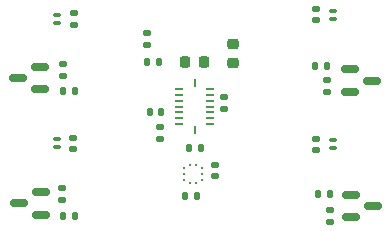
<source format=gbr>
%TF.GenerationSoftware,KiCad,Pcbnew,9.0.4*%
%TF.CreationDate,2025-10-07T14:12:27+03:00*%
%TF.ProjectId,XIaoShield,5849616f-5368-4696-956c-642e6b696361,rev?*%
%TF.SameCoordinates,Original*%
%TF.FileFunction,Paste,Top*%
%TF.FilePolarity,Positive*%
%FSLAX46Y46*%
G04 Gerber Fmt 4.6, Leading zero omitted, Abs format (unit mm)*
G04 Created by KiCad (PCBNEW 9.0.4) date 2025-10-07 14:12:27*
%MOMM*%
%LPD*%
G01*
G04 APERTURE LIST*
G04 Aperture macros list*
%AMRoundRect*
0 Rectangle with rounded corners*
0 $1 Rounding radius*
0 $2 $3 $4 $5 $6 $7 $8 $9 X,Y pos of 4 corners*
0 Add a 4 corners polygon primitive as box body*
4,1,4,$2,$3,$4,$5,$6,$7,$8,$9,$2,$3,0*
0 Add four circle primitives for the rounded corners*
1,1,$1+$1,$2,$3*
1,1,$1+$1,$4,$5*
1,1,$1+$1,$6,$7*
1,1,$1+$1,$8,$9*
0 Add four rect primitives between the rounded corners*
20,1,$1+$1,$2,$3,$4,$5,0*
20,1,$1+$1,$4,$5,$6,$7,0*
20,1,$1+$1,$6,$7,$8,$9,0*
20,1,$1+$1,$8,$9,$2,$3,0*%
G04 Aperture macros list end*
%ADD10RoundRect,0.140000X-0.140000X-0.170000X0.140000X-0.170000X0.140000X0.170000X-0.140000X0.170000X0*%
%ADD11RoundRect,0.050000X-0.250000X0.100000X-0.250000X-0.100000X0.250000X-0.100000X0.250000X0.100000X0*%
%ADD12RoundRect,0.140000X-0.170000X0.140000X-0.170000X-0.140000X0.170000X-0.140000X0.170000X0.140000X0*%
%ADD13RoundRect,0.135000X0.185000X-0.135000X0.185000X0.135000X-0.185000X0.135000X-0.185000X-0.135000X0*%
%ADD14RoundRect,0.218750X-0.256250X0.218750X-0.256250X-0.218750X0.256250X-0.218750X0.256250X0.218750X0*%
%ADD15RoundRect,0.140000X0.140000X0.170000X-0.140000X0.170000X-0.140000X-0.170000X0.140000X-0.170000X0*%
%ADD16RoundRect,0.135000X-0.135000X-0.185000X0.135000X-0.185000X0.135000X0.185000X-0.135000X0.185000X0*%
%ADD17RoundRect,0.150000X-0.587500X-0.150000X0.587500X-0.150000X0.587500X0.150000X-0.587500X0.150000X0*%
%ADD18RoundRect,0.050000X-0.287500X-0.075000X0.287500X-0.075000X0.287500X0.075000X-0.287500X0.075000X0*%
%ADD19RoundRect,0.050000X0.075000X-0.287500X0.075000X0.287500X-0.075000X0.287500X-0.075000X-0.287500X0*%
%ADD20RoundRect,0.135000X-0.185000X0.135000X-0.185000X-0.135000X0.185000X-0.135000X0.185000X0.135000X0*%
%ADD21RoundRect,0.135000X0.135000X0.185000X-0.135000X0.185000X-0.135000X-0.185000X0.135000X-0.185000X0*%
%ADD22RoundRect,0.150000X0.587500X0.150000X-0.587500X0.150000X-0.587500X-0.150000X0.587500X-0.150000X0*%
%ADD23RoundRect,0.225000X0.225000X0.250000X-0.225000X0.250000X-0.225000X-0.250000X0.225000X-0.250000X0*%
%ADD24R,0.250000X0.275000*%
%ADD25R,0.275000X0.250000*%
G04 APERTURE END LIST*
D10*
%TO.C,C3*%
X167420000Y-73900000D03*
X168380000Y-73900000D03*
%TD*%
D11*
%TO.C,D3*%
X156600000Y-69050000D03*
X156600000Y-69750000D03*
%TD*%
D12*
%TO.C,C7*%
X157900000Y-68940000D03*
X157900000Y-69900000D03*
%TD*%
D13*
%TO.C,R10*%
X165300000Y-69010000D03*
X165300000Y-67990000D03*
%TD*%
D14*
%TO.C,FB1*%
X171500000Y-61025000D03*
X171500000Y-62600000D03*
%TD*%
D15*
%TO.C,C4*%
X165380000Y-66800000D03*
X164420000Y-66800000D03*
%TD*%
D16*
%TO.C,R9*%
X167700000Y-69800000D03*
X168720000Y-69800000D03*
%TD*%
D11*
%TO.C,D1*%
X179900000Y-58200000D03*
X179900000Y-58900000D03*
%TD*%
D13*
%TO.C,R12*%
X179700000Y-76100000D03*
X179700000Y-75080000D03*
%TD*%
D17*
%TO.C,Q4*%
X181462500Y-73750000D03*
X181462500Y-75650000D03*
X183337500Y-74700000D03*
%TD*%
D12*
%TO.C,C6*%
X158020000Y-58420000D03*
X158020000Y-59380000D03*
%TD*%
D18*
%TO.C,U1*%
X169474000Y-64800000D03*
X169474000Y-65300000D03*
X169474000Y-65800000D03*
X169474000Y-66300000D03*
X169474000Y-66800000D03*
X169474000Y-67300000D03*
X169474000Y-67800000D03*
D19*
X168212000Y-68262000D03*
D18*
X166900000Y-67800000D03*
X166900000Y-67300000D03*
X166900000Y-66800000D03*
X166900000Y-66300000D03*
X166900000Y-65800000D03*
X166900000Y-65300000D03*
X166900000Y-64800000D03*
D19*
X168212000Y-64282500D03*
%TD*%
D20*
%TO.C,R8*%
X157000000Y-73190000D03*
X157000000Y-74210000D03*
%TD*%
D21*
%TO.C,R7*%
X158120000Y-75600000D03*
X157100000Y-75600000D03*
%TD*%
%TO.C,R3*%
X158120000Y-65010000D03*
X157100000Y-65010000D03*
%TD*%
D16*
%TO.C,R11*%
X178690000Y-73700000D03*
X179710000Y-73700000D03*
%TD*%
D22*
%TO.C,Q3*%
X155237500Y-75450000D03*
X155237500Y-73550000D03*
X153362500Y-74500000D03*
%TD*%
D16*
%TO.C,R1*%
X178390000Y-62890000D03*
X179410000Y-62890000D03*
%TD*%
D12*
%TO.C,C2*%
X178500000Y-58040000D03*
X178500000Y-59000000D03*
%TD*%
%TO.C,C9*%
X178500000Y-69020000D03*
X178500000Y-69980000D03*
%TD*%
D11*
%TO.C,D4*%
X179900000Y-69100000D03*
X179900000Y-69800000D03*
%TD*%
D23*
%TO.C,C8*%
X168975000Y-62500000D03*
X167425000Y-62500000D03*
%TD*%
D13*
%TO.C,R2*%
X179400000Y-65100000D03*
X179400000Y-64080000D03*
%TD*%
D20*
%TO.C,R5*%
X164200000Y-60080000D03*
X164200000Y-61100000D03*
%TD*%
%TO.C,R4*%
X157100000Y-62700000D03*
X157100000Y-63720000D03*
%TD*%
D12*
%TO.C,C5*%
X169900000Y-71220000D03*
X169900000Y-72180000D03*
%TD*%
D22*
%TO.C,Q2*%
X155137500Y-64850000D03*
X155137500Y-62950000D03*
X153262500Y-63900000D03*
%TD*%
D12*
%TO.C,C1*%
X170712000Y-65520000D03*
X170712000Y-66480000D03*
%TD*%
D17*
%TO.C,Q1*%
X181362500Y-63150000D03*
X181362500Y-65050000D03*
X183237500Y-64100000D03*
%TD*%
D11*
%TO.C,D2*%
X156600000Y-58550000D03*
X156600000Y-59250000D03*
%TD*%
D24*
%TO.C,U2*%
X168312500Y-71237500D03*
X167812500Y-71237500D03*
D25*
X167300000Y-71500000D03*
X167300000Y-72000000D03*
X167300000Y-72500000D03*
D24*
X167812500Y-72762500D03*
X168312500Y-72762500D03*
D25*
X168825000Y-72500000D03*
X168825000Y-72000000D03*
X168825000Y-71500000D03*
%TD*%
D16*
%TO.C,R6*%
X164180000Y-62500000D03*
X165200000Y-62500000D03*
%TD*%
M02*

</source>
